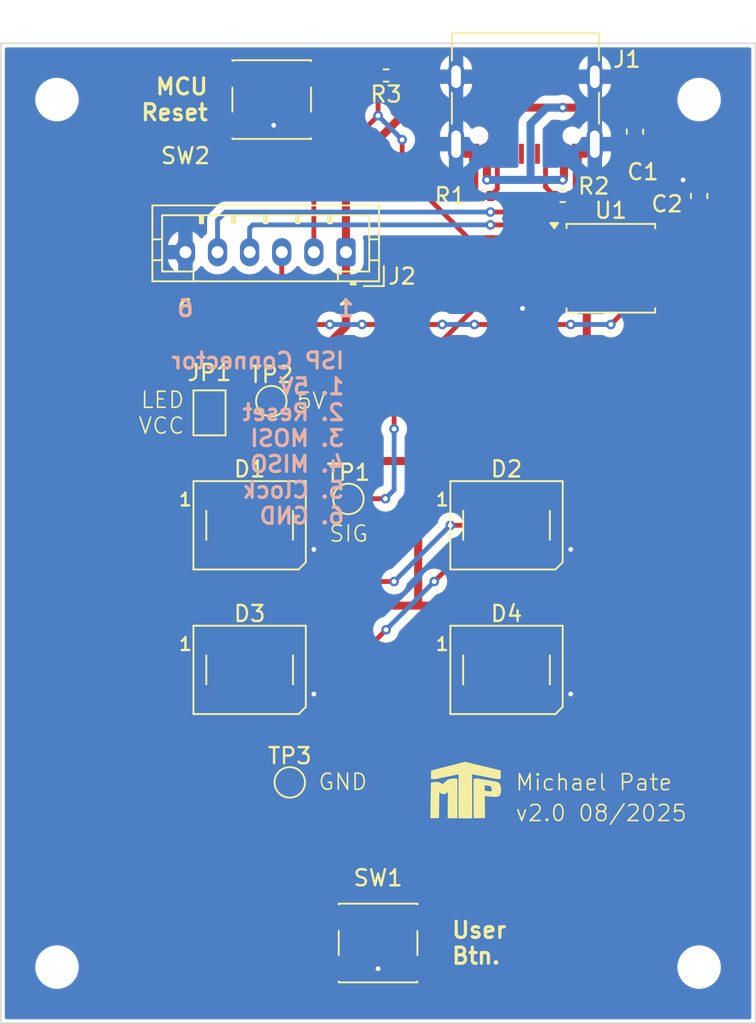
<source format=kicad_pcb>
(kicad_pcb (version 20241229) (generator "pcbnew") (generator_version "9.0")
  (layers (0 "F.Cu" signal) (2 "B.Cu" signal) (13 "F.Paste" user) (15 "B.Paste" user) (5 "F.SilkS" user "F.Silkscreen") (7 "B.SilkS" user "B.Silkscreen") (1 "F.Mask" user) (3 "B.Mask" user) (25 "Edge.Cuts" user))
  (net 0 "")
  (net 1 "GND")
  (net 2 "+5V")
  (net 3 "Net-(D1-DIN)")
  (net 4 "Net-(D1-DOUT)")
  (net 5 "Net-(D1-VDD)")
  (net 6 "Net-(D2-DOUT)")
  (net 7 "Net-(D3-DOUT)")
  (net 9 "Net-(J1-CC1)")
  (net 11 "Net-(J1-CC2)")
  (net 17 "/MOSI")
  (net 18 "/RESET")
  (net 19 "/MISO")
  (net 20 "/SCK")
  (net 21 "Net-(SW1-A)")
  (footprint "Package_SO:SOIC-8_5.3x5.3mm_P1.27mm" (layer "F.Cu") (at 176 61)
    (property "Reference" "U1" (at 0 -3.6 0) (layer "F.SilkS"))
    (property "Value" "ATtiny85-10SU")
    (pad "1" smd roundrect (at -3.5875 -1.905) (size 1.625 0.65) (layers "F.Cu" "F.Mask" "F.Paste") (net 18 "/RESET"))
    (pad "2" smd roundrect (at -3.5875 -0.635) (size 1.625 0.65) (layers "F.Cu" "F.Mask" "F.Paste") (net 3 "Net-(D1-DIN)"))
    (pad "3" smd roundrect (at -3.5875 0.635) (size 1.625 0.65) (layers "F.Cu" "F.Mask" "F.Paste") (net 21 "Net-(SW1-A)"))
    (pad "4" smd roundrect (at -3.5875 1.905) (size 1.625 0.65) (layers "F.Cu" "F.Mask" "F.Paste") (net 1 "GND"))
    (pad "5" smd roundrect (at 3.5875 1.905) (size 1.625 0.65) (layers "F.Cu" "F.Mask" "F.Paste") (net 17 "/MOSI"))
    (pad "6" smd roundrect (at 3.5875 0.635) (size 1.625 0.65) (layers "F.Cu" "F.Mask" "F.Paste") (net 19 "/MISO"))
    (pad "7" smd roundrect (at 3.5875 -0.635) (size 1.625 0.65) (layers "F.Cu" "F.Mask" "F.Paste") (net 20 "/SCK"))
    (pad "8" smd roundrect (at 3.5875 -1.905) (size 1.625 0.65) (layers "F.Cu" "F.Mask" "F.Paste") (net 2 "+5V"))
  )
  (footprint "MountingHole:MountingHole_2.2mm_M2" (layer "F.Cu") (at 181.5 50.5)
    (property "Reference" "H2" (hide yes))
    (property "Value" "MountingHole" (hide yes))
    (pad "" np_thru_hole circle (at 0 0) (size 2.2 2.2) (drill 2.2) (layers "*.Cu" "*.Mask"))
  )
  (footprint "Button_Switch_SMD:SW_SPST_PTS647_Sx38" (layer "F.Cu") (at 161.5 103)
    (property "Reference" "SW1" (at 0 -4.05 0) (layer "F.SilkS"))
    (property "Value" "USER")
    (pad "1" smd roundrect (at -2.625 -1.6) (size 1.55 1) (layers "F.Cu" "F.Mask" "F.Paste") (net 21 "Net-(SW1-A)"))
    (pad "1" smd roundrect (at 2.625 -1.6) (size 1.55 1) (layers "F.Cu" "F.Mask" "F.Paste") (net 21 "Net-(SW1-A)"))
    (pad "2" smd roundrect (at -2.625 1.6) (size 1.55 1) (layers "F.Cu" "F.Mask" "F.Paste") (net 1 "GND"))
    (pad "2" smd roundrect (at 2.625 1.6) (size 1.55 1) (layers "F.Cu" "F.Mask" "F.Paste") (net 1 "GND"))
  )
  (footprint "Watermarks:MTP Logo 5mm Low Detail" (layer "F.Cu") (at 167 94)
    (property "Reference" "REF**" (hide yes))
    (property "Value" "MTP Logo 5mm Low Detail" (hide yes))
  )
  (footprint "Resistor_SMD:R_0402_1005Metric" (layer "F.Cu") (at 162 49 180)
    (property "Reference" "R3" (at 0 -1.17 0) (layer "F.SilkS"))
    (property "Value" "10k")
    (pad "1" smd roundrect (at -0.51 0 180) (size 0.54 0.64) (layers "F.Cu" "F.Mask" "F.Paste") (net 2 "+5V"))
    (pad "2" smd roundrect (at 0.51 0 180) (size 0.54 0.64) (layers "F.Cu" "F.Mask" "F.Paste") (net 18 "/RESET"))
  )
  (footprint "Jumper:SolderJumper-2_P1.3mm_Open_TrianglePad1.0x1.5mm" (layer "F.Cu") (at 151 70 90)
    (property "Reference" "JP1" (at 2.5 0 180) (layer "F.SilkS"))
    (property "Value" "Jumper_2_Small_Open")
    (pad "1" smd custom (at -0.725 0 90) (size 0.3 0.3) (layers "F.Cu" "F.Mask") (net 5 "Net-(D1-VDD)") (options (clearance outline) (anchor rect)) (primitives (gr_poly (pts (xy 1 0) (xy 0.5 0.75) (xy -0.5 0.75) (xy -0.5 -0.75) (xy 0.5 -0.75)) (width 0) (fill yes))))
    (pad "2" smd custom (at 0.725 0 90) (size 0.3 0.3) (layers "F.Cu" "F.Mask") (net 2 "+5V") (options (clearance outline) (anchor rect)) (primitives (gr_poly (pts (xy 0.5 0.75) (xy -0.65 0.75) (xy -0.15 0) (xy -0.65 -0.75) (xy 0.5 -0.75)) (width 0) (fill yes))))
  )
  (footprint "Resistor_SMD:R_0402_1005Metric" (layer "F.Cu") (at 173 56.5 180)
    (property "Reference" "R2" (at -1.933376 0.607641 0) (layer "F.SilkS"))
    (property "Value" "5k1")
    (pad "1" smd roundrect (at -0.51 0 180) (size 0.54 0.64) (layers "F.Cu" "F.Mask" "F.Paste") (net 1 "GND"))
    (pad "2" smd roundrect (at 0.51 0 180) (size 0.54 0.64) (layers "F.Cu" "F.Mask" "F.Paste") (net 9 "Net-(J1-CC1)"))
  )
  (footprint "MountingHole:MountingHole_2.2mm_M2" (layer "F.Cu") (at 141.5 50.5)
    (property "Reference" "H1" (hide yes))
    (property "Value" "MountingHole" (hide yes))
    (pad "" np_thru_hole circle (at 0 0) (size 2.2 2.2) (drill 2.2) (layers "*.Cu" "*.Mask"))
  )
  (footprint "LED_SMD:LED_WS2812B_PLCC4_5.0x5.0mm_P3.2mm" (layer "F.Cu") (at 153.5 86)
    (property "Reference" "D3" (at 0 -3.5 0) (layer "F.SilkS"))
    (property "Value" "WS2812B")
    (fp_text user "1" (at -4 -1.6 0) (layer "F.SilkS") (effects (font (size 0.8 0.8))))
    (pad "1" smd roundrect (at -2.45 -1.65) (size 1.5 0.9) (layers "F.Cu" "F.Mask" "F.Paste") (roundrect_rratio 0.1) (net 5 "Net-(D1-VDD)"))
    (pad "2" smd roundrect (at -2.45 1.65) (size 1.5 0.9) (layers "F.Cu" "F.Mask" "F.Paste") (roundrect_rratio 0.1) (net 7 "Net-(D3-DOUT)"))
    (pad "3" smd roundrect (at 2.45 1.65) (size 1.5 0.9) (layers "F.Cu" "F.Mask" "F.Paste") (roundrect_rratio 0.1) (net 1 "GND"))
    (pad "4" smd roundrect (at 2.45 -1.65) (size 1.5 0.9) (layers "F.Cu" "F.Mask" "F.Paste") (roundrect_rratio 0.1) (net 6 "Net-(D2-DOUT)"))
  )
  (footprint "TestPoint:TestPoint_Pad_D1.5mm" (layer "F.Cu") (at 159.65407 75.355469)
    (property "Reference" "TP1" (at 0 -1.648 0) (layer "F.SilkS"))
    (property "Value" "SIG")
    (pad "1" smd circle (at 0 0) (size 1.5 1.5) (layers "F.Cu" "F.Mask") (net 3 "Net-(D1-DIN)"))
  )
  (footprint "MountingHole:MountingHole_2.2mm_M2" (layer "F.Cu") (at 141.5 104.5)
    (property "Reference" "H3" (hide yes))
    (property "Value" "MountingHole" (hide yes))
    (pad "" np_thru_hole circle (at 0 0) (size 2.2 2.2) (drill 2.2) (layers "*.Cu" "*.Mask"))
  )
  (footprint "Resistor_SMD:R_0402_1005Metric" (layer "F.Cu") (at 168 56.5)
    (property "Reference" "R1" (at -2 0 0) (layer "F.SilkS"))
    (property "Value" "5k1")
    (pad "1" smd roundrect (at -0.51 0) (size 0.54 0.64) (layers "F.Cu" "F.Mask" "F.Paste") (net 1 "GND"))
    (pad "2" smd roundrect (at 0.51 0) (size 0.54 0.64) (layers "F.Cu" "F.Mask" "F.Paste") (net 11 "Net-(J1-CC2)"))
  )
  (footprint "LED_SMD:LED_WS2812B_PLCC4_5.0x5.0mm_P3.2mm" (layer "F.Cu") (at 153.5 77)
    (property "Reference" "D1" (at 0 -3.5 0) (layer "F.SilkS"))
    (property "Value" "WS2812B")
    (fp_text user "1" (at -4 -1.6 0) (layer "F.SilkS") (effects (font (size 0.8 0.8))))
    (pad "1" smd roundrect (at -2.45 -1.65) (size 1.5 0.9) (layers "F.Cu" "F.Mask" "F.Paste") (roundrect_rratio 0.1) (net 5 "Net-(D1-VDD)"))
    (pad "2" smd roundrect (at -2.45 1.65) (size 1.5 0.9) (layers "F.Cu" "F.Mask" "F.Paste") (roundrect_rratio 0.1) (net 4 "Net-(D1-DOUT)"))
    (pad "3" smd roundrect (at 2.45 1.65) (size 1.5 0.9) (layers "F.Cu" "F.Mask" "F.Paste") (roundrect_rratio 0.1) (net 1 "GND"))
    (pad "4" smd roundrect (at 2.45 -1.65) (size 1.5 0.9) (layers "F.Cu" "F.Mask" "F.Paste") (roundrect_rratio 0.1) (net 3 "Net-(D1-DIN)"))
  )
  (footprint "Connector_JST:JST_PH_B6B-PH-K_1x06_P2.00mm_Vertical" (layer "F.Cu") (at 159.5 60 180)
    (property "Reference" "J2" (at -3.5 -1.5 0) (layer "F.SilkS"))
    (property "Value" "ISP")
    (pad "1" thru_hole roundrect (at 0 0 180) (size 1.2 1.75) (drill 0.75) (layers "*.Cu" "*.Mask") (roundrect_rratio 0.208333) (net 2 "+5V"))
    (pad "2" thru_hole oval (at 2 0 180) (size 1.2 1.75) (drill 0.75) (layers "*.Cu" "*.Mask") (net 18 "/RESET"))
    (pad "3" thru_hole oval (at 4 0 180) (size 1.2 1.75) (drill 0.75) (layers "*.Cu" "*.Mask") (net 17 "/MOSI"))
    (pad "4" thru_hole oval (at 6 0 180) (size 1.2 1.75) (drill 0.75) (layers "*.Cu" "*.Mask") (net 19 "/MISO"))
    (pad "5" thru_hole oval (at 8 0 180) (size 1.2 1.75) (drill 0.75) (layers "*.Cu" "*.Mask") (net 20 "/SCK"))
    (pad "6" thru_hole oval (at 10 0 180) (size 1.2 1.75) (drill 0.75) (layers "*.Cu" "*.Mask") (net 1 "GND"))
  )
  (footprint "TestPoint:TestPoint_Pad_D1.5mm" (layer "F.Cu") (at 154.850644 69.271715)
    (property "Reference" "TP2" (at 0 -1.648 0) (layer "F.SilkS"))
    (property "Value" "+5V")
    (pad "1" smd circle (at 0 0) (size 1.5 1.5) (layers "F.Cu" "F.Mask") (net 2 "+5V"))
  )
  (footprint "Connector_USB:USB_C_Receptacle_G-Switch_GT-USB-7010ASV" (layer "F.Cu") (at 170.68 50.15 180)
    (property "Reference" "J1" (at -6.32 2.15 0) (layer "F.SilkS"))
    (property "Value" "USB_C_Receptacle_USB2.0_16P")
    (pad "" np_thru_hole circle (at -2.89 -2.605 180) (size 0.65 0.65) (drill 0.65) (layers "*.Cu" "*.Mask"))
    (pad "" np_thru_hole circle (at 2.89 -2.605 180) (size 0.65 0.65) (drill 0.65) (layers "*.Cu" "*.Mask"))
    (pad "A1" smd rect (at -3.2 -3.725 180) (size 0.6 1.24) (layers "F.Cu" "F.Mask" "F.Paste") (net 1 "GND"))
    (pad "A4" smd rect (at -2.4 -3.725 180) (size 0.6 1.24) (layers "F.Cu" "F.Mask" "F.Paste") (net 2 "+5V"))
    (pad "A5" smd rect (at -1.25 -3.725 180) (size 0.3 1.24) (layers "F.Cu" "F.Mask" "F.Paste") (net 9 "Net-(J1-CC1)"))
    (pad "A6" smd rect (at -0.25 -3.725 180) (size 0.3 1.24) (layers "F.Cu" "F.Mask" "F.Paste"))
    (pad "A7" smd rect (at 0.25 -3.725 180) (size 0.3 1.24) (layers "F.Cu" "F.Mask" "F.Paste"))
    (pad "A8" smd rect (at 1.25 -3.725 180) (size 0.3 1.24) (layers "F.Cu" "F.Mask" "F.Paste"))
    (pad "A9" smd rect (at 2.4 -3.725 180) (size 0.6 1.24) (layers "F.Cu" "F.Mask" "F.Paste") (net 2 "+5V"))
    (pad "A12" smd rect (at 3.2 -3.725 180) (size 0.6 1.24) (layers "F.Cu" "F.Mask" "F.Paste") (net 1 "GND"))
    (pad "B1" smd rect (at 3.2 -3.725 180) (size 0.6 1.24) (layers "F.Cu" "F.Mask" "F.Paste") (net 1 "GND"))
    (pad "B4" smd rect (at 2.4 -3.725 180) (size 0.6 1.24) (layers "F.Cu" "F.Mask" "F.Paste") (net 2 "+5V"))
    (pad "B5" smd rect (at 1.75 -3.725 180) (size 0.3 1.24) (layers "F.Cu" "F.Mask" "F.Paste") (net 11 "Net-(J1-CC2)"))
    (pad "B6" smd rect (at 0.75 -3.725 180) (size 0.3 1.24) (layers "F.Cu" "F.Mask" "F.Paste"))
    (pad "B7" smd rect (at -0.75 -3.725 180) (size 0.3 1.24) (layers "F.Cu" "F.Mask" "F.Paste"))
    (pad "B8" smd rect (at -1.75 -3.725 180) (size 0.3 1.24) (layers "F.Cu" "F.Mask" "F.Paste"))
    (pad "B9" smd rect (at -2.4 -3.725 180) (size 0.6 1.24) (layers "F.Cu" "F.Mask" "F.Paste") (net 2 "+5V"))
    (pad "B12" smd rect (at -3.2 -3.725 180) (size 0.6 1.24) (layers "F.Cu" "F.Mask" "F.Paste") (net 1 "GND"))
    (pad "S1" thru_hole oval (at -4.32 -3.125 180) (size 1 2.1) (drill oval 0.6 1.7) (property pad_prop_heatsink) (layers "*.Cu" "*.Mask") (net 1 "GND"))
    (pad "S1" thru_hole oval (at -4.32 1.075 180) (size 1 1.8) (drill oval 0.6 1.4) (property pad_prop_heatsink) (layers "*.Cu" "*.Mask") (net 1 "GND"))
    (pad "S1" thru_hole oval (at 4.32 -3.125 180) (size 1 2.1) (drill oval 0.6 1.7) (property pad_prop_heatsink) (layers "*.Cu" "*.Mask") (net 1 "GND"))
    (pad "S1" thru_hole oval (at 4.32 1.075 180) (size 1 1.8) (drill oval 0.6 1.4) (property pad_prop_heatsink) (layers "*.Cu" "*.Mask") (net 1 "GND"))
  )
  (footprint "Capacitor_SMD:C_0603_1608Metric" (layer "F.Cu") (at 177.5 52.5 -90)
    (property "Reference" "C1" (at 2.5 -0.5 180) (layer "F.SilkS"))
    (property "Value" "1u")
    (pad "1" smd roundrect (at -0.775 0 270) (size 0.9 0.95) (layers "F.Cu" "F.Mask" "F.Paste") (net 2 "+5V"))
    (pad "2" smd roundrect (at 0.775 0 270) (size 0.9 0.95) (layers "F.Cu" "F.Mask" "F.Paste") (net 1 "GND"))
  )
  (footprint "Button_Switch_SMD:SW_SPST_PTS647_Sx38" (layer "F.Cu") (at 154.875 50.5)
    (property "Reference" "SW2" (at -5.375 3.5 0) (layer "F.SilkS"))
    (property "Value" "RESET")
    (pad "1" smd roundrect (at -2.625 -1.6) (size 1.55 1) (layers "F.Cu" "F.Mask" "F.Paste") (net 18 "/RESET"))
    (pad "1" smd roundrect (at 2.625 -1.6) (size 1.55 1) (layers "F.Cu" "F.Mask" "F.Paste") (net 18 "/RESET"))
    (pad "2" smd roundrect (at -2.625 1.6) (size 1.55 1) (layers "F.Cu" "F.Mask" "F.Paste") (net 1 "GND"))
    (pad "2" smd roundrect (at 2.625 1.6) (size 1.55 1) (layers "F.Cu" "F.Mask" "F.Paste") (net 1 "GND"))
  )
  (footprint "Capacitor_SMD:C_0603_1608Metric" (layer "F.Cu") (at 181.5 56.5 90)
    (property "Reference" "C2" (at -0.5 -2 180) (layer "F.SilkS"))
    (property "Value" "1u")
    (pad "1" smd roundrect (at -0.775 0 90) (size 0.9 0.95) (layers "F.Cu" "F.Mask" "F.Paste") (net 2 "+5V"))
    (pad "2" smd roundrect (at 0.775 0 90) (size 0.9 0.95) (layers "F.Cu" "F.Mask" "F.Paste") (net 1 "GND"))
  )
  (footprint "LED_SMD:LED_WS2812B_PLCC4_5.0x5.0mm_P3.2mm" (layer "F.Cu") (at 169.5 77)
    (property "Reference" "D2" (at 0 -3.5 0) (layer "F.SilkS"))
    (property "Value" "WS2812B")
    (fp_text user "1" (at -4 -1.6 0) (layer "F.SilkS") (effects (font (size 0.8 0.8))))
    (pad "1" smd roundrect (at -2.45 -1.65) (size 1.5 0.9) (layers "F.Cu" "F.Mask" "F.Paste") (roundrect_rratio 0.1) (net 5 "Net-(D1-VDD)"))
    (pad "2" smd roundrect (at -2.45 1.65) (size 1.5 0.9) (layers "F.Cu" "F.Mask" "F.Paste") (roundrect_rratio 0.1) (net 6 "Net-(D2-DOUT)"))
    (pad "3" smd roundrect (at 2.45 1.65) (size 1.5 0.9) (layers "F.Cu" "F.Mask" "F.Paste") (roundrect_rratio 0.1) (net 1 "GND"))
    (pad "4" smd roundrect (at 2.45 -1.65) (size 1.5 0.9) (layers "F.Cu" "F.Mask" "F.Paste") (roundrect_rratio 0.1) (net 4 "Net-(D1-DOUT)"))
  )
  (footprint "MountingHole:MountingHole_2.2mm_M2" (layer "F.Cu") (at 181.5 104.5)
    (property "Reference" "H4" (hide yes))
    (property "Value" "MountingHole" (hide yes))
    (pad "" np_thru_hole circle (at 0 0) (size 2.2 2.2) (drill 2.2) (layers "*.Cu" "*.Mask"))
  )
  (footprint "LED_SMD:LED_WS2812B_PLCC4_5.0x5.0mm_P3.2mm" (layer "F.Cu") (at 169.5 86)
    (property "Reference" "D4" (at 0 -3.5 0) (layer "F.SilkS"))
    (property "Value" "WS2812B")
    (fp_text user "1" (at -4 -1.6 0) (layer "F.SilkS") (effects (font (size 0.8 0.8))))
    (pad "1" smd roundrect (at -2.45 -1.65) (size 1.5 0.9) (layers "F.Cu" "F.Mask" "F.Paste") (roundrect_rratio 0.1) (net 5 "Net-(D1-VDD)"))
    (pad "2" smd roundrect (at -2.45 1.65) (size 1.5 0.9) (layers "F.Cu" "F.Mask" "F.Paste") (roundrect_rratio 0.1))
    (pad "3" smd roundrect (at 2.45 1.65) (size 1.5 0.9) (layers "F.Cu" "F.Mask" "F.Paste") (roundrect_rratio 0.1) (net 1 "GND"))
    (pad "4" smd roundrect (at 2.45 -1.65) (size 1.5 0.9) (layers "F.Cu" "F.Mask" "F.Paste") (roundrect_rratio 0.1) (net 7 "Net-(D3-DOUT)"))
  )
  (footprint "TestPoint:TestPoint_Pad_D1.5mm" (layer "F.Cu") (at 156 93)
    (property "Reference" "TP3" (at 0 -1.648 0) (layer "F.SilkS"))
    (property "Value" "GND")
    (pad "1" smd circle (at 0 0) (size 1.5 1.5) (layers "F.Cu" "F.Mask") (net 1 "GND"))
  )
  (gr_rect (start 138 47) (end 185 108) (stroke (width 0.1)) (fill no) (layer "Edge.Cuts"))
  (gr_text "5V" (at 157.341647 69.253233 0) (layer "F.SilkS") (effects (font (size 1 1) (thickness 0.1))))
  (gr_text "Michael Pate" (at 170 93 0) (layer "F.SilkS") (effects (font (size 1 1) (thickness 0.1)) (justify left)))
  (gr_text "v2.0 08/2025" (at 170 95.5 0) (layer "F.SilkS") (effects (font (size 1 1) (thickness 0.1)) (justify left bottom)))
  (gr_text "MCU\nReset" (at 151 50.5 0) (layer "F.SilkS") (effects (font (size 1 1) (thickness 0.2) (bold yes)) (justify right)))
  (gr_text "GND" (at 159.306429 92.969241 0) (layer "F.SilkS") (effects (font (size 1 1) (thickness 0.1))))
  (gr_text "1" (at 159.5 63.5 0) (layer "F.SilkS") (effects (font (size 1 1) (thickness 0.2) (bold yes))))
  (gr_text "User\nBtn." (at 166 103 0) (layer "F.SilkS") (effects (font (size 1 1) (thickness 0.2) (bold yes)) (justify left)))
  (gr_text "6" (at 149.5 63.5 0) (layer "F.SilkS") (effects (font (size 1 1) (thickness 0.2) (bold yes))))
  (gr_text "SIG" (at 159.669419 77.522038 0) (layer "F.SilkS") (effects (font (size 1 1) (thickness 0.1))))
  (gr_text "LED\nVCC" (at 149.5 70 0) (layer "F.SilkS") (effects (font (size 1 1) (thickness 0.1)) (justify right)))
  (gr_text "ISP Connector\n1. 5V\n2. Reset\n3. MOSI\n4. MISO\n5. Clock\n6. GND" (at 159.5 77 0) (layer "B.SilkS") (effects (font (size 1 1) (thickness 0.2) (bold yes)) (justify left bottom mirror)))
  (gr_text "1" (at 159.5 63.5 -0) (layer "B.SilkS") (effects (font (size 1 1) (thickness 0.2) (bold yes)) (justify mirror)))
  (gr_text "6" (at 149.5 63.5 -0) (layer "B.SilkS") (effects (font (size 1 1) (thickness 0.2) (bold yes)) (justify mirror)))
  (segment (start 155.95 88.45) (end 156 88.5) (width 0.5) (layer "F.Cu") (net 1))
  (segment (start 181.5 55.725) (end 180.725 55.725) (width 0.5) (layer "F.Cu") (net 1))
  (segment (start 155.95 87.65) (end 157.35 87.65) (width 0.5) (layer "F.Cu") (net 1))
  (segment (start 173.88 53.875) (end 174.4 53.875) (width 0.5) (layer "F.Cu") (net 1))
  (segment (start 170.5 63.5) (end 171.8175 63.5) (width 0.5) (layer "F.Cu") (net 1))
  (segment (start 171.95 78.65) (end 173.35 78.65) (width 0.5) (layer "F.Cu") (net 1))
  (segment (start 158.875 104.6) (end 161.5 104.6) (width 0.5) (layer "F.Cu") (net 1))
  (segment (start 152.25 52.1) (end 155 52.1) (width 0.5) (layer "F.Cu") (net 1))
  (segment (start 177.5 53.275) (end 175 53.275) (width 0.5) (layer "F.Cu") (net 1))
  (segment (start 157.35 87.65) (end 157.5 87.5) (width 0.5) (layer "F.Cu") (net 1))
  (segment (start 167.49 53.885) (end 167.48 53.875) (width 0.5) (layer "F.Cu") (net 1))
  (segment (start 157.35 78.65) (end 157.5 78.5) (width 0.5) (layer "F.Cu") (net 1))
  (segment (start 171.95 87.65) (end 173.35 87.65) (width 0.5) (layer "F.Cu") (net 1))
  (segment (start 173.35 87.65) (end 173.5 87.5) (width 0.5) (layer "F.Cu") (net 1))
  (segment (start 171.8175 63.5) (end 172.4125 62.905) (width 0.5) (layer "F.Cu") (net 1))
  (segment (start 173.88 56.13) (end 173.51 56.5) (width 0.5) (layer "F.Cu") (net 1))
  (segment (start 174.4 53.875) (end 175 53.275) (width 0.5) (layer "F.Cu") (net 1))
  (segment (start 180.725 55.725) (end 180.5 55.5) (width 0.5) (layer "F.Cu") (net 1))
  (segment (start 167.49 56.5) (end 167.49 53.885) (width 0.5) (layer "F.Cu") (net 1))
  (segment (start 157.5 52.1) (end 155 52.1) (width 0.5) (layer "F.Cu") (net 1))
  (segment (start 156 88.5) (end 156 93) (width 0.5) (layer "F.Cu") (net 1))
  (segment (start 164.125 104.6) (end 161.5 104.6) (width 0.5) (layer "F.Cu") (net 1))
  (segment (start 166.96 53.875) (end 166.36 53.275) (width 0.5) (layer "F.Cu") (net 1))
  (segment (start 155.95 78.65) (end 157.35 78.65) (width 0.5) (layer "F.Cu") (net 1))
  (segment (start 155.95 87.65) (end 155.95 88.45) (width 0.5) (layer "F.Cu") (net 1))
  (segment (start 173.35 78.65) (end 173.5 78.5) (width 0.5) (layer "F.Cu") (net 1))
  (segment (start 173.88 53.875) (end 173.88 56.13) (width 0.5) (layer "F.Cu") (net 1))
  (segment (start 167.48 53.875) (end 166.96 53.875) (width 0.5) (layer "F.Cu") (net 1))
  (via (at 157.5 78.5) (size 0.6) (drill 0.3) (layers "F.Cu" "B.Cu") (net 1))
  (via (at 173.5 87.5) (size 0.6) (drill 0.3) (layers "F.Cu" "B.Cu") (net 1))
  (via (at 157.5 87.5) (size 0.6) (drill 0.3) (layers "F.Cu" "B.Cu") (net 1))
  (via (at 161.5 104.6) (size 0.6) (drill 0.3) (layers "F.Cu" "B.Cu") (net 1))
  (via (at 180.5 55.5) (size 0.6) (drill 0.3) (layers "F.Cu" "B.Cu") (net 1))
  (via (at 173.5 78.5) (size 0.6) (drill 0.3) (layers "F.Cu" "B.Cu") (net 1))
  (via (at 170.5 63.5) (size 0.6) (drill 0.3) (layers "F.Cu" "B.Cu") (net 1))
  (via (at 155 52.1) (size 0.6) (drill 0.3) (layers "F.Cu" "B.Cu") (net 1))
  (segment (start 159.5 55) (end 159.5 60) (width 0.5) (layer "F.Cu") (net 2))
  (segment (start 154.848026 69.269097) (end 151 69.269097) (width 0.5) (layer "F.Cu") (net 2))
  (segment (start 176.775 51) (end 177.5 51.725) (width 0.5) (layer "F.Cu") (net 2))
  (segment (start 159.5 64.622359) (end 154.850644 69.271715) (width 0.5) (layer "F.Cu") (net 2))
  (segment (start 173.08 53.875) (end 173.08 55.42) (width 0.5) (layer "F.Cu") (net 2))
  (segment (start 177.5 51.725) (end 179.5875 53.8125) (width 0.5) (layer "F.Cu") (net 2))
  (segment (start 164.005 50.495) (end 159.5 55) (width 0.5) (layer "F.Cu") (net 2))
  (segment (start 159.5 60) (end 159.5 64.622359) (width 0.5) (layer "F.Cu") (net 2))
  (segment (start 154.850644 69.271715) (end 154.848026 69.269097) (width 0.5) (layer "F.Cu") (net 2))
  (segment (start 164.005 50.495) (end 162.51 49) (width 0.5) (layer "F.Cu") (net 2))
  (segment (start 173 51) (end 176.775 51) (width 0.5) (layer "F.Cu") (net 2))
  (segment (start 164.51 51) (end 164.005 50.495) (width 0.5) (layer "F.Cu") (net 2))
  (segment (start 181.5 57.275) (end 181.4075 57.275) (width 0.5) (layer "F.Cu") (net 2))
  (segment (start 173.08 55.42) (end 173 55.5) (width 0.5) (layer "F.Cu") (net 2))
  (segment (start 168.28 55.5) (end 168.28 53.875) (width 0.5) (layer "F.Cu") (net 2))
  (segment (start 181.4075 57.275) (end 179.5875 59.095) (width 0.5) (layer "F.Cu") (net 2))
  (segment (start 179.5875 53.8125) (end 179.5875 59.095) (width 0.5) (layer "F.Cu") (net 2))
  (segment (start 173 51) (end 164.51 51) (width 0.5) (layer "F.Cu") (net 2))
  (via (at 173 55.5) (size 0.6) (drill 0.3) (layers "F.Cu" "B.Cu") (net 2))
  (via (at 168.28 55.5) (size 0.6) (drill 0.3) (layers "F.Cu" "B.Cu") (net 2))
  (via (at 173 51) (size 0.6) (drill 0.3) (layers "F.Cu" "B.Cu") (net 2))
  (segment (start 173 55.5) (end 171 55.5) (width 0.5) (layer "B.Cu") (net 2))
  (segment (start 172 51) (end 173 51) (width 0.5) (layer "B.Cu") (net 2))
  (segment (start 171 52) (end 171.5 51.5) (width 0.5) (layer "B.Cu") (net 2))
  (segment (start 171.5 51.5) (end 172 51) (width 0.5) (layer "B.Cu") (net 2))
  (segment (start 171 55.5) (end 168.28 55.5) (width 0.5) (layer "B.Cu") (net 2))
  (segment (start 171 55.5) (end 171 52) (width 0.5) (layer "B.Cu") (net 2))
  (segment (start 159.665478 75.344061) (end 159.65407 75.355469) (width 0.3) (layer "F.Cu") (net 3))
  (segment (start 172.4125 60.365) (end 170.635 60.365) (width 0.3) (layer "F.Cu") (net 3))
  (segment (start 155.95 75.35) (end 159.648601 75.35) (width 0.3) (layer "F.Cu") (net 3))
  (segment (start 169 62) (end 162.5 68.5) (width 0.3) (layer "F.Cu") (net 3))
  (segment (start 162.5 68.5) (end 162.5 71) (width 0.3) (layer "F.Cu") (net 3))
  (segment (start 161.956393 75.344061) (end 159.665478 75.344061) (width 0.3) (layer "F.Cu") (net 3))
  (segment (start 159.648601 75.35) (end 159.65407 75.355469) (width 0.3) (layer "F.Cu") (net 3))
  (segment (start 170.635 60.365) (end 169 62) (width 0.3) (layer "F.Cu") (net 3))
  (via (at 162.5 71) (size 0.6) (drill 0.3) (layers "F.Cu" "B.Cu") (net 3))
  (via (at 161.956393 75.344061) (size 0.6) (drill 0.3) (layers "F.Cu" "B.Cu") (net 3))
  (segment (start 162.5 74.800454) (end 161.956393 75.344061) (width 0.3) (layer "B.Cu") (net 3))
  (segment (start 162.5 71) (end 162.5 74.800454) (width 0.3) (layer "B.Cu") (net 3))
  (segment (start 166 77) (end 170.3 77) (width 0.3) (layer "F.Cu") (net 4))
  (segment (start 151.05 78.65) (end 152.65 78.65) (width 0.3) (layer "F.Cu") (net 4))
  (segment (start 154.5 80.5) (end 162.5 80.5) (width 0.3) (layer "F.Cu") (net 4))
  (segment (start 152.65 78.65) (end 154.5 80.5) (width 0.3) (layer "F.Cu") (net 4))
  (segment (start 170.3 77) (end 171.95 75.35) (width 0.3) (layer "F.Cu") (net 4))
  (via (at 162.5 80.5) (size 0.6) (drill 0.3) (layers "F.Cu" "B.Cu") (net 4))
  (via (at 166 77) (size 0.6) (drill 0.3) (layers "F.Cu" "B.Cu") (net 4))
  (segment (start 162.5 80.5) (end 166 77) (width 0.3) (layer "B.Cu") (net 4))
  (segment (start 151 70.725) (end 151 73) (width 0.5) (layer "F.Cu") (net 5))
  (segment (start 164 82) (end 164.7 82) (width 0.5) (layer "F.Cu") (net 5))
  (segment (start 151 75.3) (end 151.05 75.35) (width 0.5) (layer "F.Cu") (net 5))
  (segment (start 151 73) (end 151 75.3) (width 0.5) (layer "F.Cu") (net 5))
  (segment (start 151.05 83.37729) (end 152.42729 82) (width 0.5) (layer "F.Cu") (net 5))
  (segment (start 164 82) (end 152.5 82) (width 0.5) (layer "F.Cu") (net 5))
  (segment (start 152.42729 82) (end 152.5 82) (width 0.5) (layer "F.Cu") (net 5))
  (segment (start 151 73) (end 164 73) (width 0.5) (layer "F.Cu") (net 5))
  (segment (start 151.05 84.35) (end 151.05 83.37729) (width 0.5) (layer "F.Cu") (net 5))
  (segment (start 164.7 73) (end 167.05 75.35) (width 0.5) (layer "F.Cu") (net 5))
  (segment (start 164 73) (end 164.7 73) (width 0.5) (layer "F.Cu") (net 5))
  (segment (start 164.7 82) (end 167.05 84.35) (width 0.5) (layer "F.Cu") (net 5))
  (segment (start 164 73) (end 164 82) (width 0.5) (layer "F.Cu") (net 5))
  (segment (start 161.15 84.35) (end 155.95 84.35) (width 0.3) (layer "F.Cu") (net 6))
  (segment (start 166.85 78.65) (end 165 80.5) (width 0.3) (layer "F.Cu") (net 6))
  (segment (start 162 83.5) (end 161.15 84.35) (width 0.3) (layer "F.Cu") (net 6))
  (segment (start 167.05 78.65) (end 166.85 78.65) (width 0.3) (layer "F.Cu") (net 6))
  (via (at 162 83.5) (size 0.6) (drill 0.3) (layers "F.Cu" "B.Cu") (net 6))
  (via (at 165 80.5) (size 0.6) (drill 0.3) (layers "F.Cu" "B.Cu") (net 6))
  (segment (start 162 83.5) (end 165 80.5) (width 0.3) (layer "B.Cu") (net 6))
  (segment (start 151.05 87.65) (end 152.7 86) (width 0.3) (layer "F.Cu") (net 7))
  (segment (start 152.7 86) (end 170.3 86) (width 0.3) (layer "F.Cu") (net 7))
  (segment (start 170.3 86) (end 171.95 84.35) (width 0.3) (layer "F.Cu") (net 7))
  (segment (start 171.93 55.94) (end 172.49 56.5) (width 0.3) (layer "F.Cu") (net 9))
  (segment (start 171.93 53.875) (end 171.93 55.94) (width 0.3) (layer "F.Cu") (net 9))
  (segment (start 168.93 56.08) (end 168.51 56.5) (width 0.3) (layer "F.Cu") (net 11))
  (segment (start 168.93 53.875) (end 168.93 56.08) (width 0.3) (layer "F.Cu") (net 11))
  (segment (start 158.5 64.5) (end 157.5 64.5) (width 0.3) (layer "F.Cu") (net 17))
  (segment (start 179.5875 62.905) (end 177.595 62.905) (width 0.3) (layer "F.Cu") (net 17))
  (segment (start 173.5 64.5) (end 167.5 64.5) (width 0.3) (layer "F.Cu") (net 17))
  (segment (start 157.5 64.5) (end 155.5 62.5) (width 0.3) (layer "F.Cu") (net 17))
  (segment (start 155.5 62.5) (end 155.5 60) (width 0.3) (layer "F.Cu") (net 17))
  (segment (start 165.5 64.5) (end 160.5 64.5) (width 0.3) (layer "F.Cu") (net 17))
  (segment (start 177.595 62.905) (end 176 64.5) (width 0.3) (layer "F.Cu") (net 17))
  (via (at 173.5 64.5) (size 0.6) (drill 0.3) (layers "F.Cu" "B.Cu") (net 17))
  (via (at 160.5 64.5) (size 0.6) (drill 0.3) (layers "F.Cu" "B.Cu") (net 17))
  (via (at 158.5 64.5) (size 0.6) (drill 0.3) (layers "F.Cu" "B.Cu") (net 17))
  (via (at 176 64.5) (size 0.6) (drill 0.3) (layers "F.Cu" "B.Cu") (net 17))
  (via (at 167.5 64.5) (size 0.6) (drill 0.3) (layers "F.Cu" "B.Cu") (net 17))
  (via (at 165.5 64.5) (size 0.6) (drill 0.3) (layers "F.Cu" "B.Cu") (net 17))
  (segment (start 160.5 64.5) (end 158.5 64.5) (width 0.3) (layer "B.Cu") (net 17))
  (segment (start 167.5 64.5) (end 165.5 64.5) (width 0.3) (layer "B.Cu") (net 17))
  (segment (start 176 64.5) (end 173.5 64.5) (width 0.3) (layer "B.Cu") (net 17))
  (segment (start 161.49 49) (end 157.6 49) (width 0.5) (layer "F.Cu") (net 18))
  (segment (start 157.5 48.9) (end 152.25 48.9) (width 0.5) (layer "F.Cu") (net 18))
  (segment (start 161.5 51.5) (end 161.5 49.01) (width 0.3) (layer "F.Cu") (net 18))
  (segment (start 172.4125 59.095) (end 167.095 59.095) (width 0.3) (layer "F.Cu") (net 18))
  (segment (start 157.5 55.5) (end 161.5 51.5) (width 0.3) (layer "F.Cu") (net 18))
  (segment (start 163 55) (end 163 53) (width 0.3) (layer "F.Cu") (net 18))
  (segment (start 161.5 49.01) (end 161.49 49) (width 0.3) (layer "F.Cu") (net 18))
  (segment (start 167.095 59.095) (end 163 55) (width 0.3) (layer "F.Cu") (net 18))
  (segment (start 157.6 49) (end 157.5 48.9) (width 0.5) (layer "F.Cu") (net 18))
  (segment (start 157.5 60) (end 157.5 55.5) (width 0.3) (layer "F.Cu") (net 18))
  (via (at 161.5 51.5) (size 0.6) (drill 0.3) (layers "F.Cu" "B.Cu") (net 18))
  (via (at 163 53) (size 0.6) (drill 0.3) (layers "F.Cu" "B.Cu") (net 18))
  (segment (start 163 53) (end 161.5 51.5) (width 0.3) (layer "B.Cu") (net 18))
  (segment (start 175.091483 58.300003) (end 168.5 58.300003) (width 0.3) (layer "F.Cu") (net 19))
  (segment (start 178.42648 61.635) (end 175.091483 58.300003) (width 0.3) (layer "F.Cu") (net 19))
  (segment (start 179.5875 61.635) (end 178.42648 61.635) (width 0.3) (layer "F.Cu") (net 19))
  (via (at 168.5 58.300003) (size 0.6) (drill 0.3) (layers "F.Cu" "B.Cu") (net 19))
  (segment (start 168.5 58.300003) (end 153.699997 58.300003) (width 0.3) (layer "B.Cu") (net 19))
  (segment (start 153.5 58.5) (end 153.5 60) (width 0.3) (layer "B.Cu") (net 19))
  (segment (start 153.699997 58.300003) (end 153.5 58.5) (width 0.3) (layer "B.Cu") (net 19))
  (segment (start 179.5875 60.365) (end 177.865 60.365) (width 0.3) (layer "F.Cu") (net 20))
  (segment (start 175 57.5) (end 168.5 57.5) (width 0.3) (layer "F.Cu") (net 20))
  (segment (start 177.865 60.365) (end 175 57.5) (width 0.3) (layer "F.Cu") (net 20))
  (via (at 168.5 57.5) (size 0.6) (drill 0.3) (layers "F.Cu" "B.Cu") (net 20))
  (segment (start 168.5 57.5) (end 152 57.5) (width 0.3) (layer "B.Cu") (net 20))
  (segment (start 151.5 58) (end 151.5 60) (width 0.3) (layer "B.Cu") (net 20))
  (segment (start 152 57.5) (end 151.5 58) (width 0.3) (layer "B.Cu") (net 20))
  (segment (start 173.635 61.635) (end 172.4125 61.635) (width 0.5) (layer "F.Cu") (net 21))
  (segment (start 164.125 101.4) (end 158.875 101.4) (width 0.5) (layer "F.Cu") (net 21))
  (segment (start 174.5 91.025) (end 174.5 62.5) (width 0.5) (layer "F.Cu") (net 21))
  (segment (start 174.5 62.5) (end 173.635 61.635) (width 0.5) (layer "F.Cu") (net 21))
  (segment (start 164.125 101.4) (end 174.5 91.025) (width 0.5) (layer "F.Cu") (net 21))
  (zone (net 1) (net_name "GND") (layer "B.Cu") (connect_pads (clearance 0.5)) (min_thickness 0.25) (fill yes (thermal_gap 0.5) (thermal_bridge_width 0.9))
    (polygon (pts (xy 185 47) (xy 138 47) (xy 138 108) (xy 185 108)))
  )
)
</source>
